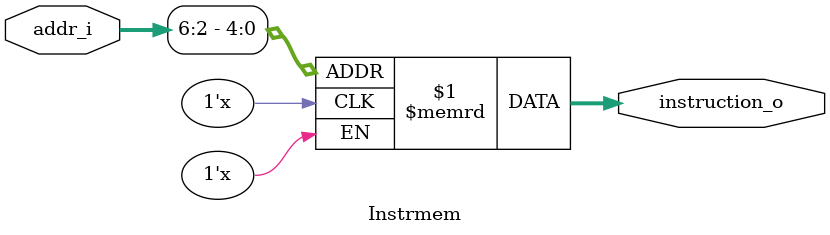
<source format=sv>
module Instrmem (
    input logic [31:0] addr_i,
    output logic [31:0] instruction_o
);
    logic [31:0] instrmem[0:31];
    assign instruction_o=instrmem[addr_i[6:2]];
endmodule


</source>
